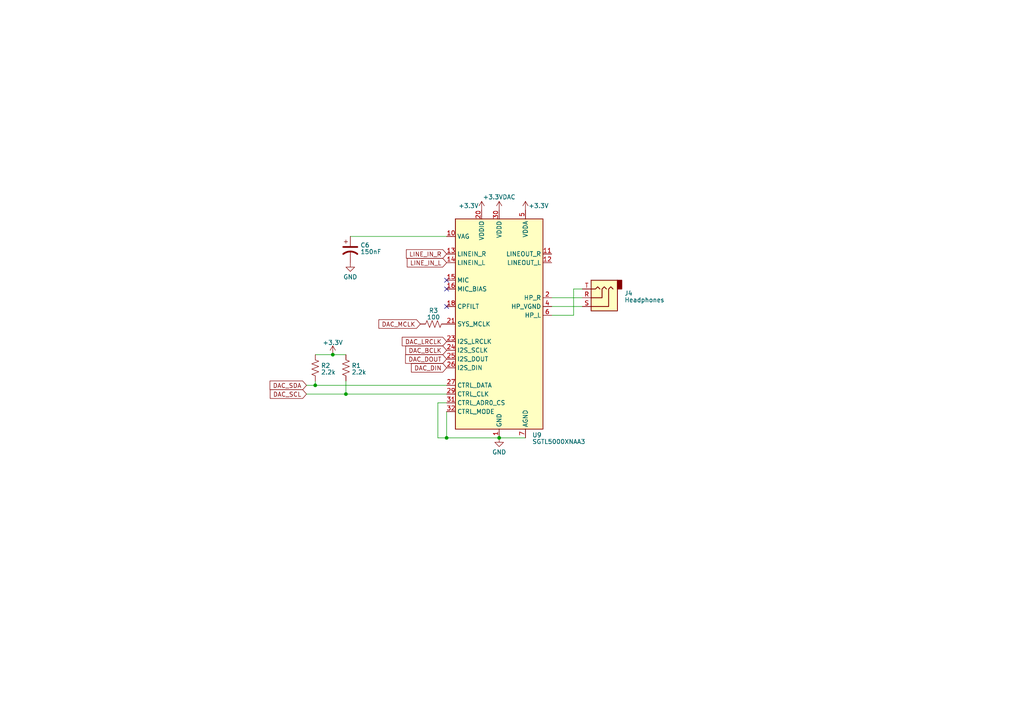
<source format=kicad_sch>
(kicad_sch (version 20230121) (generator eeschema)
  (paper "A4")
  (lib_symbols
    (symbol "Audio:SGTL5000XNAA3"
      (property "Reference" "U" (at 0 0 0))
      (property "Value" "SGTL5000XNAA3" (at -7.62 -31.75 0))
      (symbol "SGTL5000XNAA3_0_1"
        (rectangle (start -12.7 30.48) (end 12.7 -30.48) (stroke (width 0.254)) (fill (type background)))
      )
      (symbol "SGTL5000XNAA3_1_1"
        (pin power_in line (at 0 -33.02 90) (length 2.54) (name "GND") (number "1"))
        (pin passive line (at -15.24 25.4 0) (length 2.54) (name "VAG") (number "10"))
        (pin output line (at 15.24 20.32 180) (length 2.54) (name "LINEOUT_R") (number "11"))
        (pin output line (at 15.24 17.78 180) (length 2.54) (name "LINEOUT_L") (number "12"))
        (pin input line (at -15.24 20.32 0) (length 2.54) (name "LINEIN_R") (number "13"))
        (pin input line (at -15.24 17.78 0) (length 2.54) (name "LINEIN_L") (number "14"))
        (pin input line (at -15.24 12.7 0) (length 2.54) (name "MIC") (number "15"))
        (pin input line (at -15.24 10.16 0) (length 2.54) (name "MIC_BIAS") (number "16"))
        (pin no_connect line (at 10.16 -20.32 0) (length 2.54) hide (name "NC") (number "17"))
        (pin input line (at -15.24 5.08 0) (length 2.54) (name "CPFILT") (number "18"))
        (pin no_connect line (at 10.16 -2.54 0) (length 2.54) hide (name "NC") (number "19"))
        (pin output line (at 15.24 7.62 180) (length 2.54) (name "HP_R") (number "2"))
        (pin power_in line (at -5.08 33.02 270) (length 2.54) (name "VDDIO") (number "20"))
        (pin input line (at -15.24 0 0) (length 2.54) (name "SYS_MCLK") (number "21"))
        (pin no_connect line (at 10.16 -5.08 0) (length 2.54) hide (name "NC") (number "22"))
        (pin input line (at -15.24 -5.08 0) (length 2.54) (name "I2S_LRCLK") (number "23"))
        (pin input line (at -15.24 -7.62 0) (length 2.54) (name "I2S_SCLK") (number "24"))
        (pin output line (at -15.24 -10.16 0) (length 2.54) (name "I2S_DOUT") (number "25"))
        (pin input line (at -15.24 -12.7 0) (length 2.54) (name "I2S_DIN") (number "26"))
        (pin input line (at -15.24 -17.78 0) (length 2.54) (name "CTRL_DATA") (number "27"))
        (pin no_connect line (at 10.16 -7.62 0) (length 2.54) hide (name "NC") (number "28"))
        (pin input line (at -15.24 -20.32 0) (length 2.54) (name "CTRL_CLK") (number "29"))
        (pin passive line (at 0 -33.02 90) (length 2.54) hide (name "GND") (number "3"))
        (pin power_in line (at 0 33.02 270) (length 2.54) (name "VDDD") (number "30"))
        (pin input line (at -15.24 -22.86 0) (length 2.54) (name "CTRL_ADR0_CS") (number "31"))
        (pin input line (at -15.24 -25.4 0) (length 2.54) (name "CTRL_MODE") (number "32"))
        (pin passive line (at 0 -33.02 90) (length 2.54) hide (name "GND") (number "33"))
        (pin power_out line (at 15.24 5.08 180) (length 2.54) (name "HP_VGND") (number "4"))
        (pin power_in line (at 7.62 33.02 270) (length 2.54) (name "VDDA") (number "5"))
        (pin output line (at 15.24 2.54 180) (length 2.54) (name "HP_L") (number "6"))
        (pin power_in line (at 7.62 -33.02 90) (length 2.54) (name "AGND") (number "7"))
        (pin no_connect line (at 10.16 -15.24 0) (length 2.54) hide (name "NC") (number "8"))
        (pin no_connect line (at 10.16 -17.78 0) (length 2.54) hide (name "NC") (number "9"))
      )
    )
    (symbol "Connector_Audio:AudioJack3"
      (property "Reference" "J" (at 0 8.89 0))
      (property "Value" "AudioJack3" (at 0 6.35 0))
      (symbol "AudioJack3_0_1"
        (rectangle (start -5.08 -5.08) (end -6.35 -2.54) (stroke (width 0.254)) (fill (type outline)))
        (polyline (pts (xy 0 -2.54) (xy 0.635 -3.175) (xy 1.27 -2.54) (xy 2.54 -2.54)) (stroke (width 0.254)))
        (polyline (pts (xy -1.905 -2.54) (xy -1.27 -3.175) (xy -0.635 -2.54) (xy -0.635 0) (xy 2.54 0)) (stroke (width 0.254)))
        (polyline (pts (xy 2.54 2.54) (xy -2.54 2.54) (xy -2.54 -2.54) (xy -3.175 -3.175) (xy -3.81 -2.54)) (stroke (width 0.254)))
        (rectangle (start 2.54 3.81) (end -5.08 -5.08) (stroke (width 0.254)) (fill (type background)))
      )
      (symbol "AudioJack3_1_1"
        (pin passive line (at 5.08 0 180) (length 2.54) (name "~") (number "R"))
        (pin passive line (at 5.08 2.54 180) (length 2.54) (name "~") (number "S"))
        (pin passive line (at 5.08 -2.54 180) (length 2.54) (name "~") (number "T"))
      )
    )
    (symbol "Device:C_Polarized_US" (pin_numbers hide) (pin_names (offset 0.254) hide)
      (property "Reference" "C" (at 0.635 2.54 0))
      (property "Value" "C_Polarized_US" (at 0.635 -2.54 0))
      (symbol "C_Polarized_US_0_1"
        (polyline (pts (xy -2.032 0.762) (xy 2.032 0.762)) (stroke (width 0.508)))
        (polyline (pts (xy -1.778 2.286) (xy -0.762 2.286)))
        (polyline (pts (xy -1.27 1.778) (xy -1.27 2.794)))
        (arc (start 2.032 -1.27) (mid 0 -0.5572) (end -2.032 -1.27) (stroke (width 0.508)))
      )
      (symbol "C_Polarized_US_1_1"
        (pin passive line (at 0 3.81 270) (length 2.794) (name "~") (number "1"))
        (pin passive line (at 0 -3.81 90) (length 3.302) (name "~") (number "2"))
      )
    )
    (symbol "Device:R_US" (pin_numbers hide) (pin_names (offset 0))
      (property "Reference" "R" (at 2.54 0 90))
      (property "Value" "R_US" (at -2.54 0 90))
      (symbol "R_US_0_1"
        (polyline (pts (xy 0 -2.286) (xy 0 -2.54)))
        (polyline (pts (xy 0 2.286) (xy 0 2.54)))
        (polyline (pts (xy 0 -0.762) (xy 1.016 -1.143) (xy 0 -1.524) (xy -1.016 -1.905) (xy 0 -2.286)))
        (polyline (pts (xy 0 0.762) (xy 1.016 0.381) (xy 0 0) (xy -1.016 -0.381) (xy 0 -0.762)))
        (polyline (pts (xy 0 2.286) (xy 1.016 1.905) (xy 0 1.524) (xy -1.016 1.143) (xy 0 0.762)))
      )
      (symbol "R_US_1_1"
        (pin passive line (at 0 3.81 270) (length 1.27) (name "~") (number "1"))
        (pin passive line (at 0 -3.81 90) (length 1.27) (name "~") (number "2"))
      )
    )
    (symbol "power:+3.3V" (power) (pin_names (offset 0))
      (property "Value" "+3.3V" (at 0 3.556 0))
      (symbol "+3.3V_0_1"
        (polyline (pts (xy -0.762 1.27) (xy 0 2.54)))
        (polyline (pts (xy 0 0) (xy 0 2.54)))
        (polyline (pts (xy 0 2.54) (xy 0.762 1.27)))
      )
      (symbol "+3.3V_1_1"
        (pin power_in line (at 0 0 90) (length 0) hide (name "+3.3V") (number "1"))
      )
    )
    (symbol "power:+3.3VDAC" (power) (pin_names (offset 0))
      (property "Value" "+3.3VDAC" (at 0 2.54 0))
      (symbol "+3.3VDAC_0_0"
        (pin power_in line (at 0 0 90) (length 0) hide (name "+3.3VDAC") (number "1"))
      )
      (symbol "+3.3VDAC_0_1"
        (polyline (pts (xy -0.762 1.27) (xy 0 2.54)))
        (polyline (pts (xy 0 0) (xy 0 2.54)))
        (polyline (pts (xy 0 2.54) (xy 0.762 1.27)))
      )
    )
    (symbol "power:GND" (power) (pin_names (offset 0))
      (property "Value" "GND" (at 0 -3.81 0))
      (symbol "GND_0_1"
        (polyline (pts (xy 0 0) (xy 0 -1.27) (xy 1.27 -1.27) (xy 0 -2.54) (xy -1.27 -1.27) (xy 0 -1.27)))
      )
      (symbol "GND_1_1"
        (pin power_in line (at 0 0 270) (length 0) hide (name "GND") (number "1"))
      )
    )
  )
  (junction (at 129.54 127))
  (junction (at 100.33 114.3))
  (junction (at 91.44 111.76))
  (junction (at 96.52 102.87))
  (junction (at 144.78 127))
  (no_connect (at 129.54 88.9))
  (no_connect (at 129.54 81.28))
  (no_connect (at 129.54 83.82))
  (wire (pts (xy 100.33 114.3) (xy 129.54 114.3)))
  (wire (pts (xy 166.37 91.44) (xy 166.37 83.82)))
  (wire (pts (xy 144.78 127) (xy 152.4 127)))
  (wire (pts (xy 100.33 110.49) (xy 100.33 114.3)))
  (wire (pts (xy 127 116.84) (xy 127 127)))
  (wire (pts (xy 91.44 110.49) (xy 91.44 111.76)))
  (wire (pts (xy 160.02 91.44) (xy 166.37 91.44)))
  (wire (pts (xy 96.52 102.87) (xy 100.33 102.87)))
  (wire (pts (xy 101.6 68.58) (xy 129.54 68.58)))
  (wire (pts (xy 160.02 88.9) (xy 168.91 88.9)))
  (wire (pts (xy 129.54 127) (xy 144.78 127)))
  (wire (pts (xy 129.54 119.38) (xy 129.54 127)))
  (wire (pts (xy 127 127) (xy 129.54 127)))
  (wire (pts (xy 88.9 111.76) (xy 91.44 111.76)))
  (wire (pts (xy 160.02 86.36) (xy 168.91 86.36)))
  (wire (pts (xy 166.37 83.82) (xy 168.91 83.82)))
  (wire (pts (xy 91.44 111.76) (xy 129.54 111.76)))
  (wire (pts (xy 88.9 114.3) (xy 100.33 114.3)))
  (wire (pts (xy 91.44 102.87) (xy 96.52 102.87)))
  (wire (pts (xy 127 116.84) (xy 129.54 116.84)))
  (global_label "DAC_SCL" (shape input) (at 88.9 114.3 180) (property "Intersheetrefs" "${INTERSHEET_REFS}" (effects hide)))
  (global_label "LINE_IN_R" (shape input) (at 129.54 73.66 180) (property "Intersheetrefs" "${INTERSHEET_REFS}" (effects hide)))
  (global_label "DAC_MCLK" (shape input) (at 121.92 93.98 180) (property "Intersheetrefs" "${INTERSHEET_REFS}" (effects hide)))
  (global_label "DAC_DIN" (shape input) (at 129.54 106.68 180) (property "Intersheetrefs" "${INTERSHEET_REFS}" (effects hide)))
  (global_label "DAC_LRCLK" (shape input) (at 129.54 99.06 180) (property "Intersheetrefs" "${INTERSHEET_REFS}" (effects hide)))
  (global_label "DAC_DOUT" (shape input) (at 129.54 104.14 180) (property "Intersheetrefs" "${INTERSHEET_REFS}" (effects hide)))
  (global_label "DAC_BCLK" (shape input) (at 129.54 101.6 180) (property "Intersheetrefs" "${INTERSHEET_REFS}" (effects hide)))
  (global_label "DAC_SDA" (shape input) (at 88.9 111.76 180) (property "Intersheetrefs" "${INTERSHEET_REFS}" (effects hide)))
  (global_label "LINE_IN_L" (shape input) (at 129.54 76.2 180) (property "Intersheetrefs" "${INTERSHEET_REFS}" (effects hide)))
  (symbol (lib_id "Connector_Audio:AudioJack3") (at 173.99 86.36 180) (unit 1)
    (property "Reference" "J4" (at 181.102 85.0813 0) (effects (justify right)))
    (property "Value" "Headphones" (at 181.102 87.0023 0) (effects (justify right)))
  )
  (symbol (lib_id "power:+3.3VDAC") (at 144.78 60.96 0) (unit 1)
    (property "Reference" "#PWR047" (effects hide))
    (property "Value" "+3.3VDAC" (at 144.78 57.15 0))
    (instances (project "dk2_01" (path "" (reference "#PWR047") (unit 1))) (project "stomp_00" (path "" (reference "#PWR03") (unit 1)) (path "" (reference "#PWR03") (unit 1)) (path "" (reference "#PWR013") (unit 1))))
  )
  (symbol (lib_id "Audio:SGTL5000XNAA3") (at 144.78 93.98 0) (unit 1)
    (property "Reference" "U9" (at 154.3559 126.1825 0) (effects (justify left)))
    (property "Value" "SGTL5000XNAA3" (at 154.3559 128.1035 0) (effects (justify left)))
    (property "Footprint" "Package_DFN_QFN:QFN-32-1EP_5x5mm_P0.5mm_EP3.6x3.6mm" (effects hide))
    (property "Datasheet" "https://www.nxp.com/docs/en/data-sheet/SGTL5000.pdf" (effects hide))
  )
  (symbol (lib_id "Device:C_Polarized_US") (at 101.6 72.39 0) (unit 1)
    (property "Reference" "C6" (at 104.521 71.1113 0) (effects (justify left)))
    (property "Value" "150nF" (at 104.521 73.0323 0) (effects (justify left)))
  )
  (symbol (lib_id "Device:R_US") (at 125.73 93.98 270) (unit 1)
    (property "Reference" "R3" (at 125.73 90.0811 90))
    (property "Value" "100" (at 125.73 92.0021 90))
  )
  (symbol (lib_id "power:+3.3V") (at 96.52 102.87 0) (unit 1)
    (property "Reference" "#PWR010" (effects hide))
    (property "Value" "+3.3V" (at 96.52 99.3681 0))
  )
  (symbol (lib_id "Device:R_US") (at 100.33 106.68 180) (unit 1)
    (property "Reference" "R1" (at 101.981 106.0363 0) (effects (justify right)))
    (property "Value" "2.2k" (at 101.981 107.9573 0) (effects (justify right)))
  )
  (symbol (lib_id "power:+3.3V") (at 139.7 60.96 0) (unit 1)
    (property "Reference" "#PWR014" (effects hide))
    (property "Value" "+3.3V" (at 135.89 59.69 0))
  )
  (symbol (lib_id "power:GND") (at 101.6 76.2 0) (unit 1)
    (property "Reference" "#PWR011" (effects hide))
    (property "Value" "GND" (at 101.6 80.3355 0))
  )
  (symbol (lib_id "Device:R_US") (at 91.44 106.68 180) (unit 1)
    (property "Reference" "R2" (at 93.091 106.0363 0) (effects (justify right)))
    (property "Value" "2.2k" (at 93.091 107.9573 0) (effects (justify right)))
  )
  (symbol (lib_id "power:+3.3V") (at 152.4 60.96 0) (unit 1)
    (property "Reference" "#PWR015" (effects hide))
    (property "Value" "+3.3V" (at 156.21 59.69 0))
  )
  (symbol (lib_id "power:GND") (at 144.78 127 0) (unit 1)
    (property "Reference" "#PWR012" (effects hide))
    (property "Value" "GND" (at 144.78 131.1355 0))
  )
)
</source>
